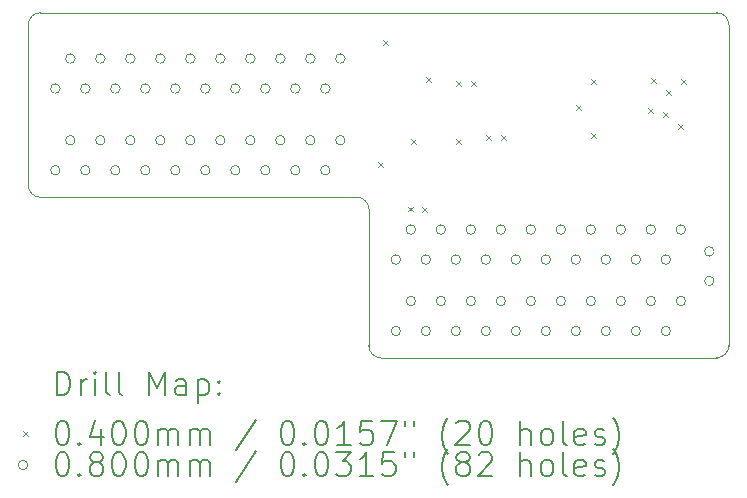
<source format=gbr>
%TF.GenerationSoftware,KiCad,Pcbnew,7.0.2-0*%
%TF.CreationDate,2023-06-03T15:33:15+02:00*%
%TF.ProjectId,MegaCD,4d656761-4344-42e6-9b69-6361645f7063,rev?*%
%TF.SameCoordinates,Original*%
%TF.FileFunction,Drillmap*%
%TF.FilePolarity,Positive*%
%FSLAX45Y45*%
G04 Gerber Fmt 4.5, Leading zero omitted, Abs format (unit mm)*
G04 Created by KiCad (PCBNEW 7.0.2-0) date 2023-06-03 15:33:15*
%MOMM*%
%LPD*%
G01*
G04 APERTURE LIST*
%ADD10C,0.100000*%
%ADD11C,0.200000*%
%ADD12C,0.040000*%
%ADD13C,0.080000*%
G04 APERTURE END LIST*
D10*
X14592300Y-13208000D02*
G75*
G03*
X14693900Y-13309600I101600J0D01*
G01*
X17538700Y-13309600D02*
G75*
G03*
X17640300Y-13208000I0J101600D01*
G01*
X14592300Y-12052300D02*
X14592300Y-13208000D01*
X17640300Y-13208000D02*
X17640300Y-10490200D01*
X11709400Y-11849100D02*
G75*
G03*
X11811000Y-11950700I101600J0D01*
G01*
X11811000Y-10388600D02*
G75*
G03*
X11709400Y-10490200I0J-101600D01*
G01*
X11811000Y-11950700D02*
X14490700Y-11950700D01*
X11709400Y-11849100D02*
X11709400Y-10490200D01*
X11811000Y-10388600D02*
X17538700Y-10388600D01*
X14693900Y-13309600D02*
X17538700Y-13309600D01*
X17640300Y-10490200D02*
G75*
G03*
X17538700Y-10388600I-101600J0D01*
G01*
X14592300Y-12052300D02*
G75*
G03*
X14490700Y-11950700I-101600J0D01*
G01*
D11*
D12*
X14673900Y-11651300D02*
X14713900Y-11691300D01*
X14713900Y-11651300D02*
X14673900Y-11691300D01*
X14712000Y-10622600D02*
X14752000Y-10662600D01*
X14752000Y-10622600D02*
X14712000Y-10662600D01*
X14926830Y-12031230D02*
X14966830Y-12071230D01*
X14966830Y-12031230D02*
X14926830Y-12071230D01*
X14953300Y-11460800D02*
X14993300Y-11500800D01*
X14993300Y-11460800D02*
X14953300Y-11500800D01*
X15042200Y-12032300D02*
X15082200Y-12072300D01*
X15082200Y-12032300D02*
X15042200Y-12072300D01*
X15080300Y-10935600D02*
X15120300Y-10975600D01*
X15120300Y-10935600D02*
X15080300Y-10975600D01*
X15334300Y-10965500D02*
X15374300Y-11005500D01*
X15374300Y-10965500D02*
X15334300Y-11005500D01*
X15334300Y-11460800D02*
X15374300Y-11500800D01*
X15374300Y-11460800D02*
X15334300Y-11500800D01*
X15461300Y-10965500D02*
X15501300Y-11005500D01*
X15501300Y-10965500D02*
X15461300Y-11005500D01*
X15588300Y-11422700D02*
X15628300Y-11462700D01*
X15628300Y-11422700D02*
X15588300Y-11462700D01*
X15715300Y-11422700D02*
X15755300Y-11462700D01*
X15755300Y-11422700D02*
X15715300Y-11462700D01*
X16346681Y-11172319D02*
X16386681Y-11212319D01*
X16386681Y-11172319D02*
X16346681Y-11212319D01*
X16477300Y-10952800D02*
X16517300Y-10992800D01*
X16517300Y-10952800D02*
X16477300Y-10992800D01*
X16477300Y-11410000D02*
X16517300Y-11450000D01*
X16517300Y-11410000D02*
X16477300Y-11450000D01*
X16959900Y-11194100D02*
X16999900Y-11234100D01*
X16999900Y-11194100D02*
X16959900Y-11234100D01*
X16985300Y-10940100D02*
X17025300Y-10980100D01*
X17025300Y-10940100D02*
X16985300Y-10980100D01*
X17086900Y-11232200D02*
X17126900Y-11272200D01*
X17126900Y-11232200D02*
X17086900Y-11272200D01*
X17112300Y-11041700D02*
X17152300Y-11081700D01*
X17152300Y-11041700D02*
X17112300Y-11081700D01*
X17213900Y-11333800D02*
X17253900Y-11373800D01*
X17253900Y-11333800D02*
X17213900Y-11373800D01*
X17239300Y-10952800D02*
X17279300Y-10992800D01*
X17279300Y-10952800D02*
X17239300Y-10992800D01*
D13*
X11978000Y-11031220D02*
G75*
G03*
X11978000Y-11031220I-40000J0D01*
G01*
X11978000Y-11722100D02*
G75*
G03*
X11978000Y-11722100I-40000J0D01*
G01*
X12105000Y-10777220D02*
G75*
G03*
X12105000Y-10777220I-40000J0D01*
G01*
X12105000Y-11468100D02*
G75*
G03*
X12105000Y-11468100I-40000J0D01*
G01*
X12232000Y-11031220D02*
G75*
G03*
X12232000Y-11031220I-40000J0D01*
G01*
X12232000Y-11722100D02*
G75*
G03*
X12232000Y-11722100I-40000J0D01*
G01*
X12359000Y-10777220D02*
G75*
G03*
X12359000Y-10777220I-40000J0D01*
G01*
X12359000Y-11468100D02*
G75*
G03*
X12359000Y-11468100I-40000J0D01*
G01*
X12486000Y-11031220D02*
G75*
G03*
X12486000Y-11031220I-40000J0D01*
G01*
X12486000Y-11722100D02*
G75*
G03*
X12486000Y-11722100I-40000J0D01*
G01*
X12613000Y-10777220D02*
G75*
G03*
X12613000Y-10777220I-40000J0D01*
G01*
X12613000Y-11468100D02*
G75*
G03*
X12613000Y-11468100I-40000J0D01*
G01*
X12740000Y-11031220D02*
G75*
G03*
X12740000Y-11031220I-40000J0D01*
G01*
X12740000Y-11722100D02*
G75*
G03*
X12740000Y-11722100I-40000J0D01*
G01*
X12867000Y-10777220D02*
G75*
G03*
X12867000Y-10777220I-40000J0D01*
G01*
X12867000Y-11468100D02*
G75*
G03*
X12867000Y-11468100I-40000J0D01*
G01*
X12994000Y-11031220D02*
G75*
G03*
X12994000Y-11031220I-40000J0D01*
G01*
X12994000Y-11722100D02*
G75*
G03*
X12994000Y-11722100I-40000J0D01*
G01*
X13121000Y-10777220D02*
G75*
G03*
X13121000Y-10777220I-40000J0D01*
G01*
X13121000Y-11468100D02*
G75*
G03*
X13121000Y-11468100I-40000J0D01*
G01*
X13248000Y-11031220D02*
G75*
G03*
X13248000Y-11031220I-40000J0D01*
G01*
X13248000Y-11722100D02*
G75*
G03*
X13248000Y-11722100I-40000J0D01*
G01*
X13375000Y-10777220D02*
G75*
G03*
X13375000Y-10777220I-40000J0D01*
G01*
X13375000Y-11468100D02*
G75*
G03*
X13375000Y-11468100I-40000J0D01*
G01*
X13502000Y-11031220D02*
G75*
G03*
X13502000Y-11031220I-40000J0D01*
G01*
X13502000Y-11722100D02*
G75*
G03*
X13502000Y-11722100I-40000J0D01*
G01*
X13629000Y-10777220D02*
G75*
G03*
X13629000Y-10777220I-40000J0D01*
G01*
X13629000Y-11468100D02*
G75*
G03*
X13629000Y-11468100I-40000J0D01*
G01*
X13756000Y-11031220D02*
G75*
G03*
X13756000Y-11031220I-40000J0D01*
G01*
X13756000Y-11722100D02*
G75*
G03*
X13756000Y-11722100I-40000J0D01*
G01*
X13883000Y-10777220D02*
G75*
G03*
X13883000Y-10777220I-40000J0D01*
G01*
X13883000Y-11468100D02*
G75*
G03*
X13883000Y-11468100I-40000J0D01*
G01*
X14010000Y-11031220D02*
G75*
G03*
X14010000Y-11031220I-40000J0D01*
G01*
X14010000Y-11722100D02*
G75*
G03*
X14010000Y-11722100I-40000J0D01*
G01*
X14137000Y-10777220D02*
G75*
G03*
X14137000Y-10777220I-40000J0D01*
G01*
X14137000Y-11468100D02*
G75*
G03*
X14137000Y-11468100I-40000J0D01*
G01*
X14264000Y-11031220D02*
G75*
G03*
X14264000Y-11031220I-40000J0D01*
G01*
X14264000Y-11722100D02*
G75*
G03*
X14264000Y-11722100I-40000J0D01*
G01*
X14391000Y-10777220D02*
G75*
G03*
X14391000Y-10777220I-40000J0D01*
G01*
X14391000Y-11468100D02*
G75*
G03*
X14391000Y-11468100I-40000J0D01*
G01*
X14860900Y-12479020D02*
G75*
G03*
X14860900Y-12479020I-40000J0D01*
G01*
X14860900Y-13083540D02*
G75*
G03*
X14860900Y-13083540I-40000J0D01*
G01*
X14987900Y-12225020D02*
G75*
G03*
X14987900Y-12225020I-40000J0D01*
G01*
X14987900Y-12829540D02*
G75*
G03*
X14987900Y-12829540I-40000J0D01*
G01*
X15114900Y-12479020D02*
G75*
G03*
X15114900Y-12479020I-40000J0D01*
G01*
X15114900Y-13083540D02*
G75*
G03*
X15114900Y-13083540I-40000J0D01*
G01*
X15241900Y-12225020D02*
G75*
G03*
X15241900Y-12225020I-40000J0D01*
G01*
X15241900Y-12829540D02*
G75*
G03*
X15241900Y-12829540I-40000J0D01*
G01*
X15368900Y-12479020D02*
G75*
G03*
X15368900Y-12479020I-40000J0D01*
G01*
X15368900Y-13083540D02*
G75*
G03*
X15368900Y-13083540I-40000J0D01*
G01*
X15495900Y-12225020D02*
G75*
G03*
X15495900Y-12225020I-40000J0D01*
G01*
X15495900Y-12829540D02*
G75*
G03*
X15495900Y-12829540I-40000J0D01*
G01*
X15622900Y-12479020D02*
G75*
G03*
X15622900Y-12479020I-40000J0D01*
G01*
X15622900Y-13083540D02*
G75*
G03*
X15622900Y-13083540I-40000J0D01*
G01*
X15749900Y-12225020D02*
G75*
G03*
X15749900Y-12225020I-40000J0D01*
G01*
X15749900Y-12829540D02*
G75*
G03*
X15749900Y-12829540I-40000J0D01*
G01*
X15876900Y-12479020D02*
G75*
G03*
X15876900Y-12479020I-40000J0D01*
G01*
X15876900Y-13083540D02*
G75*
G03*
X15876900Y-13083540I-40000J0D01*
G01*
X16003900Y-12225020D02*
G75*
G03*
X16003900Y-12225020I-40000J0D01*
G01*
X16003900Y-12829540D02*
G75*
G03*
X16003900Y-12829540I-40000J0D01*
G01*
X16130900Y-12479020D02*
G75*
G03*
X16130900Y-12479020I-40000J0D01*
G01*
X16130900Y-13083540D02*
G75*
G03*
X16130900Y-13083540I-40000J0D01*
G01*
X16257900Y-12225020D02*
G75*
G03*
X16257900Y-12225020I-40000J0D01*
G01*
X16257900Y-12829540D02*
G75*
G03*
X16257900Y-12829540I-40000J0D01*
G01*
X16384900Y-12479020D02*
G75*
G03*
X16384900Y-12479020I-40000J0D01*
G01*
X16384900Y-13083540D02*
G75*
G03*
X16384900Y-13083540I-40000J0D01*
G01*
X16511900Y-12225020D02*
G75*
G03*
X16511900Y-12225020I-40000J0D01*
G01*
X16511900Y-12829540D02*
G75*
G03*
X16511900Y-12829540I-40000J0D01*
G01*
X16638900Y-12479020D02*
G75*
G03*
X16638900Y-12479020I-40000J0D01*
G01*
X16638900Y-13083540D02*
G75*
G03*
X16638900Y-13083540I-40000J0D01*
G01*
X16765900Y-12225020D02*
G75*
G03*
X16765900Y-12225020I-40000J0D01*
G01*
X16765900Y-12829540D02*
G75*
G03*
X16765900Y-12829540I-40000J0D01*
G01*
X16892900Y-12479020D02*
G75*
G03*
X16892900Y-12479020I-40000J0D01*
G01*
X16892900Y-13083540D02*
G75*
G03*
X16892900Y-13083540I-40000J0D01*
G01*
X17019900Y-12225020D02*
G75*
G03*
X17019900Y-12225020I-40000J0D01*
G01*
X17019900Y-12829540D02*
G75*
G03*
X17019900Y-12829540I-40000J0D01*
G01*
X17146900Y-12479020D02*
G75*
G03*
X17146900Y-12479020I-40000J0D01*
G01*
X17146900Y-13083540D02*
G75*
G03*
X17146900Y-13083540I-40000J0D01*
G01*
X17273900Y-12225020D02*
G75*
G03*
X17273900Y-12225020I-40000J0D01*
G01*
X17273900Y-12829540D02*
G75*
G03*
X17273900Y-12829540I-40000J0D01*
G01*
X17515200Y-12409900D02*
G75*
G03*
X17515200Y-12409900I-40000J0D01*
G01*
X17515200Y-12659900D02*
G75*
G03*
X17515200Y-12659900I-40000J0D01*
G01*
D11*
X11952019Y-13627124D02*
X11952019Y-13427124D01*
X11952019Y-13427124D02*
X11999638Y-13427124D01*
X11999638Y-13427124D02*
X12028209Y-13436648D01*
X12028209Y-13436648D02*
X12047257Y-13455695D01*
X12047257Y-13455695D02*
X12056781Y-13474743D01*
X12056781Y-13474743D02*
X12066305Y-13512838D01*
X12066305Y-13512838D02*
X12066305Y-13541409D01*
X12066305Y-13541409D02*
X12056781Y-13579505D01*
X12056781Y-13579505D02*
X12047257Y-13598552D01*
X12047257Y-13598552D02*
X12028209Y-13617600D01*
X12028209Y-13617600D02*
X11999638Y-13627124D01*
X11999638Y-13627124D02*
X11952019Y-13627124D01*
X12152019Y-13627124D02*
X12152019Y-13493790D01*
X12152019Y-13531886D02*
X12161543Y-13512838D01*
X12161543Y-13512838D02*
X12171067Y-13503314D01*
X12171067Y-13503314D02*
X12190114Y-13493790D01*
X12190114Y-13493790D02*
X12209162Y-13493790D01*
X12275828Y-13627124D02*
X12275828Y-13493790D01*
X12275828Y-13427124D02*
X12266305Y-13436648D01*
X12266305Y-13436648D02*
X12275828Y-13446171D01*
X12275828Y-13446171D02*
X12285352Y-13436648D01*
X12285352Y-13436648D02*
X12275828Y-13427124D01*
X12275828Y-13427124D02*
X12275828Y-13446171D01*
X12399638Y-13627124D02*
X12380590Y-13617600D01*
X12380590Y-13617600D02*
X12371067Y-13598552D01*
X12371067Y-13598552D02*
X12371067Y-13427124D01*
X12504400Y-13627124D02*
X12485352Y-13617600D01*
X12485352Y-13617600D02*
X12475828Y-13598552D01*
X12475828Y-13598552D02*
X12475828Y-13427124D01*
X12732971Y-13627124D02*
X12732971Y-13427124D01*
X12732971Y-13427124D02*
X12799638Y-13569981D01*
X12799638Y-13569981D02*
X12866305Y-13427124D01*
X12866305Y-13427124D02*
X12866305Y-13627124D01*
X13047257Y-13627124D02*
X13047257Y-13522362D01*
X13047257Y-13522362D02*
X13037733Y-13503314D01*
X13037733Y-13503314D02*
X13018686Y-13493790D01*
X13018686Y-13493790D02*
X12980590Y-13493790D01*
X12980590Y-13493790D02*
X12961543Y-13503314D01*
X13047257Y-13617600D02*
X13028209Y-13627124D01*
X13028209Y-13627124D02*
X12980590Y-13627124D01*
X12980590Y-13627124D02*
X12961543Y-13617600D01*
X12961543Y-13617600D02*
X12952019Y-13598552D01*
X12952019Y-13598552D02*
X12952019Y-13579505D01*
X12952019Y-13579505D02*
X12961543Y-13560457D01*
X12961543Y-13560457D02*
X12980590Y-13550933D01*
X12980590Y-13550933D02*
X13028209Y-13550933D01*
X13028209Y-13550933D02*
X13047257Y-13541409D01*
X13142495Y-13493790D02*
X13142495Y-13693790D01*
X13142495Y-13503314D02*
X13161543Y-13493790D01*
X13161543Y-13493790D02*
X13199638Y-13493790D01*
X13199638Y-13493790D02*
X13218686Y-13503314D01*
X13218686Y-13503314D02*
X13228209Y-13512838D01*
X13228209Y-13512838D02*
X13237733Y-13531886D01*
X13237733Y-13531886D02*
X13237733Y-13589028D01*
X13237733Y-13589028D02*
X13228209Y-13608076D01*
X13228209Y-13608076D02*
X13218686Y-13617600D01*
X13218686Y-13617600D02*
X13199638Y-13627124D01*
X13199638Y-13627124D02*
X13161543Y-13627124D01*
X13161543Y-13627124D02*
X13142495Y-13617600D01*
X13323448Y-13608076D02*
X13332971Y-13617600D01*
X13332971Y-13617600D02*
X13323448Y-13627124D01*
X13323448Y-13627124D02*
X13313924Y-13617600D01*
X13313924Y-13617600D02*
X13323448Y-13608076D01*
X13323448Y-13608076D02*
X13323448Y-13627124D01*
X13323448Y-13503314D02*
X13332971Y-13512838D01*
X13332971Y-13512838D02*
X13323448Y-13522362D01*
X13323448Y-13522362D02*
X13313924Y-13512838D01*
X13313924Y-13512838D02*
X13323448Y-13503314D01*
X13323448Y-13503314D02*
X13323448Y-13522362D01*
D12*
X11664400Y-13934600D02*
X11704400Y-13974600D01*
X11704400Y-13934600D02*
X11664400Y-13974600D01*
D11*
X11990114Y-13847124D02*
X12009162Y-13847124D01*
X12009162Y-13847124D02*
X12028209Y-13856648D01*
X12028209Y-13856648D02*
X12037733Y-13866171D01*
X12037733Y-13866171D02*
X12047257Y-13885219D01*
X12047257Y-13885219D02*
X12056781Y-13923314D01*
X12056781Y-13923314D02*
X12056781Y-13970933D01*
X12056781Y-13970933D02*
X12047257Y-14009028D01*
X12047257Y-14009028D02*
X12037733Y-14028076D01*
X12037733Y-14028076D02*
X12028209Y-14037600D01*
X12028209Y-14037600D02*
X12009162Y-14047124D01*
X12009162Y-14047124D02*
X11990114Y-14047124D01*
X11990114Y-14047124D02*
X11971067Y-14037600D01*
X11971067Y-14037600D02*
X11961543Y-14028076D01*
X11961543Y-14028076D02*
X11952019Y-14009028D01*
X11952019Y-14009028D02*
X11942495Y-13970933D01*
X11942495Y-13970933D02*
X11942495Y-13923314D01*
X11942495Y-13923314D02*
X11952019Y-13885219D01*
X11952019Y-13885219D02*
X11961543Y-13866171D01*
X11961543Y-13866171D02*
X11971067Y-13856648D01*
X11971067Y-13856648D02*
X11990114Y-13847124D01*
X12142495Y-14028076D02*
X12152019Y-14037600D01*
X12152019Y-14037600D02*
X12142495Y-14047124D01*
X12142495Y-14047124D02*
X12132971Y-14037600D01*
X12132971Y-14037600D02*
X12142495Y-14028076D01*
X12142495Y-14028076D02*
X12142495Y-14047124D01*
X12323448Y-13913790D02*
X12323448Y-14047124D01*
X12275828Y-13837600D02*
X12228209Y-13980457D01*
X12228209Y-13980457D02*
X12352019Y-13980457D01*
X12466305Y-13847124D02*
X12485352Y-13847124D01*
X12485352Y-13847124D02*
X12504400Y-13856648D01*
X12504400Y-13856648D02*
X12513924Y-13866171D01*
X12513924Y-13866171D02*
X12523448Y-13885219D01*
X12523448Y-13885219D02*
X12532971Y-13923314D01*
X12532971Y-13923314D02*
X12532971Y-13970933D01*
X12532971Y-13970933D02*
X12523448Y-14009028D01*
X12523448Y-14009028D02*
X12513924Y-14028076D01*
X12513924Y-14028076D02*
X12504400Y-14037600D01*
X12504400Y-14037600D02*
X12485352Y-14047124D01*
X12485352Y-14047124D02*
X12466305Y-14047124D01*
X12466305Y-14047124D02*
X12447257Y-14037600D01*
X12447257Y-14037600D02*
X12437733Y-14028076D01*
X12437733Y-14028076D02*
X12428209Y-14009028D01*
X12428209Y-14009028D02*
X12418686Y-13970933D01*
X12418686Y-13970933D02*
X12418686Y-13923314D01*
X12418686Y-13923314D02*
X12428209Y-13885219D01*
X12428209Y-13885219D02*
X12437733Y-13866171D01*
X12437733Y-13866171D02*
X12447257Y-13856648D01*
X12447257Y-13856648D02*
X12466305Y-13847124D01*
X12656781Y-13847124D02*
X12675829Y-13847124D01*
X12675829Y-13847124D02*
X12694876Y-13856648D01*
X12694876Y-13856648D02*
X12704400Y-13866171D01*
X12704400Y-13866171D02*
X12713924Y-13885219D01*
X12713924Y-13885219D02*
X12723448Y-13923314D01*
X12723448Y-13923314D02*
X12723448Y-13970933D01*
X12723448Y-13970933D02*
X12713924Y-14009028D01*
X12713924Y-14009028D02*
X12704400Y-14028076D01*
X12704400Y-14028076D02*
X12694876Y-14037600D01*
X12694876Y-14037600D02*
X12675829Y-14047124D01*
X12675829Y-14047124D02*
X12656781Y-14047124D01*
X12656781Y-14047124D02*
X12637733Y-14037600D01*
X12637733Y-14037600D02*
X12628209Y-14028076D01*
X12628209Y-14028076D02*
X12618686Y-14009028D01*
X12618686Y-14009028D02*
X12609162Y-13970933D01*
X12609162Y-13970933D02*
X12609162Y-13923314D01*
X12609162Y-13923314D02*
X12618686Y-13885219D01*
X12618686Y-13885219D02*
X12628209Y-13866171D01*
X12628209Y-13866171D02*
X12637733Y-13856648D01*
X12637733Y-13856648D02*
X12656781Y-13847124D01*
X12809162Y-14047124D02*
X12809162Y-13913790D01*
X12809162Y-13932838D02*
X12818686Y-13923314D01*
X12818686Y-13923314D02*
X12837733Y-13913790D01*
X12837733Y-13913790D02*
X12866305Y-13913790D01*
X12866305Y-13913790D02*
X12885352Y-13923314D01*
X12885352Y-13923314D02*
X12894876Y-13942362D01*
X12894876Y-13942362D02*
X12894876Y-14047124D01*
X12894876Y-13942362D02*
X12904400Y-13923314D01*
X12904400Y-13923314D02*
X12923448Y-13913790D01*
X12923448Y-13913790D02*
X12952019Y-13913790D01*
X12952019Y-13913790D02*
X12971067Y-13923314D01*
X12971067Y-13923314D02*
X12980590Y-13942362D01*
X12980590Y-13942362D02*
X12980590Y-14047124D01*
X13075829Y-14047124D02*
X13075829Y-13913790D01*
X13075829Y-13932838D02*
X13085352Y-13923314D01*
X13085352Y-13923314D02*
X13104400Y-13913790D01*
X13104400Y-13913790D02*
X13132971Y-13913790D01*
X13132971Y-13913790D02*
X13152019Y-13923314D01*
X13152019Y-13923314D02*
X13161543Y-13942362D01*
X13161543Y-13942362D02*
X13161543Y-14047124D01*
X13161543Y-13942362D02*
X13171067Y-13923314D01*
X13171067Y-13923314D02*
X13190114Y-13913790D01*
X13190114Y-13913790D02*
X13218686Y-13913790D01*
X13218686Y-13913790D02*
X13237733Y-13923314D01*
X13237733Y-13923314D02*
X13247257Y-13942362D01*
X13247257Y-13942362D02*
X13247257Y-14047124D01*
X13637733Y-13837600D02*
X13466305Y-14094743D01*
X13894876Y-13847124D02*
X13913924Y-13847124D01*
X13913924Y-13847124D02*
X13932972Y-13856648D01*
X13932972Y-13856648D02*
X13942495Y-13866171D01*
X13942495Y-13866171D02*
X13952019Y-13885219D01*
X13952019Y-13885219D02*
X13961543Y-13923314D01*
X13961543Y-13923314D02*
X13961543Y-13970933D01*
X13961543Y-13970933D02*
X13952019Y-14009028D01*
X13952019Y-14009028D02*
X13942495Y-14028076D01*
X13942495Y-14028076D02*
X13932972Y-14037600D01*
X13932972Y-14037600D02*
X13913924Y-14047124D01*
X13913924Y-14047124D02*
X13894876Y-14047124D01*
X13894876Y-14047124D02*
X13875829Y-14037600D01*
X13875829Y-14037600D02*
X13866305Y-14028076D01*
X13866305Y-14028076D02*
X13856781Y-14009028D01*
X13856781Y-14009028D02*
X13847257Y-13970933D01*
X13847257Y-13970933D02*
X13847257Y-13923314D01*
X13847257Y-13923314D02*
X13856781Y-13885219D01*
X13856781Y-13885219D02*
X13866305Y-13866171D01*
X13866305Y-13866171D02*
X13875829Y-13856648D01*
X13875829Y-13856648D02*
X13894876Y-13847124D01*
X14047257Y-14028076D02*
X14056781Y-14037600D01*
X14056781Y-14037600D02*
X14047257Y-14047124D01*
X14047257Y-14047124D02*
X14037733Y-14037600D01*
X14037733Y-14037600D02*
X14047257Y-14028076D01*
X14047257Y-14028076D02*
X14047257Y-14047124D01*
X14180591Y-13847124D02*
X14199638Y-13847124D01*
X14199638Y-13847124D02*
X14218686Y-13856648D01*
X14218686Y-13856648D02*
X14228210Y-13866171D01*
X14228210Y-13866171D02*
X14237733Y-13885219D01*
X14237733Y-13885219D02*
X14247257Y-13923314D01*
X14247257Y-13923314D02*
X14247257Y-13970933D01*
X14247257Y-13970933D02*
X14237733Y-14009028D01*
X14237733Y-14009028D02*
X14228210Y-14028076D01*
X14228210Y-14028076D02*
X14218686Y-14037600D01*
X14218686Y-14037600D02*
X14199638Y-14047124D01*
X14199638Y-14047124D02*
X14180591Y-14047124D01*
X14180591Y-14047124D02*
X14161543Y-14037600D01*
X14161543Y-14037600D02*
X14152019Y-14028076D01*
X14152019Y-14028076D02*
X14142495Y-14009028D01*
X14142495Y-14009028D02*
X14132972Y-13970933D01*
X14132972Y-13970933D02*
X14132972Y-13923314D01*
X14132972Y-13923314D02*
X14142495Y-13885219D01*
X14142495Y-13885219D02*
X14152019Y-13866171D01*
X14152019Y-13866171D02*
X14161543Y-13856648D01*
X14161543Y-13856648D02*
X14180591Y-13847124D01*
X14437733Y-14047124D02*
X14323448Y-14047124D01*
X14380591Y-14047124D02*
X14380591Y-13847124D01*
X14380591Y-13847124D02*
X14361543Y-13875695D01*
X14361543Y-13875695D02*
X14342495Y-13894743D01*
X14342495Y-13894743D02*
X14323448Y-13904267D01*
X14618686Y-13847124D02*
X14523448Y-13847124D01*
X14523448Y-13847124D02*
X14513924Y-13942362D01*
X14513924Y-13942362D02*
X14523448Y-13932838D01*
X14523448Y-13932838D02*
X14542495Y-13923314D01*
X14542495Y-13923314D02*
X14590114Y-13923314D01*
X14590114Y-13923314D02*
X14609162Y-13932838D01*
X14609162Y-13932838D02*
X14618686Y-13942362D01*
X14618686Y-13942362D02*
X14628210Y-13961409D01*
X14628210Y-13961409D02*
X14628210Y-14009028D01*
X14628210Y-14009028D02*
X14618686Y-14028076D01*
X14618686Y-14028076D02*
X14609162Y-14037600D01*
X14609162Y-14037600D02*
X14590114Y-14047124D01*
X14590114Y-14047124D02*
X14542495Y-14047124D01*
X14542495Y-14047124D02*
X14523448Y-14037600D01*
X14523448Y-14037600D02*
X14513924Y-14028076D01*
X14694876Y-13847124D02*
X14828210Y-13847124D01*
X14828210Y-13847124D02*
X14742495Y-14047124D01*
X14894876Y-13847124D02*
X14894876Y-13885219D01*
X14971067Y-13847124D02*
X14971067Y-13885219D01*
X15266305Y-14123314D02*
X15256781Y-14113790D01*
X15256781Y-14113790D02*
X15237734Y-14085219D01*
X15237734Y-14085219D02*
X15228210Y-14066171D01*
X15228210Y-14066171D02*
X15218686Y-14037600D01*
X15218686Y-14037600D02*
X15209162Y-13989981D01*
X15209162Y-13989981D02*
X15209162Y-13951886D01*
X15209162Y-13951886D02*
X15218686Y-13904267D01*
X15218686Y-13904267D02*
X15228210Y-13875695D01*
X15228210Y-13875695D02*
X15237734Y-13856648D01*
X15237734Y-13856648D02*
X15256781Y-13828076D01*
X15256781Y-13828076D02*
X15266305Y-13818552D01*
X15332972Y-13866171D02*
X15342495Y-13856648D01*
X15342495Y-13856648D02*
X15361543Y-13847124D01*
X15361543Y-13847124D02*
X15409162Y-13847124D01*
X15409162Y-13847124D02*
X15428210Y-13856648D01*
X15428210Y-13856648D02*
X15437734Y-13866171D01*
X15437734Y-13866171D02*
X15447257Y-13885219D01*
X15447257Y-13885219D02*
X15447257Y-13904267D01*
X15447257Y-13904267D02*
X15437734Y-13932838D01*
X15437734Y-13932838D02*
X15323448Y-14047124D01*
X15323448Y-14047124D02*
X15447257Y-14047124D01*
X15571067Y-13847124D02*
X15590115Y-13847124D01*
X15590115Y-13847124D02*
X15609162Y-13856648D01*
X15609162Y-13856648D02*
X15618686Y-13866171D01*
X15618686Y-13866171D02*
X15628210Y-13885219D01*
X15628210Y-13885219D02*
X15637734Y-13923314D01*
X15637734Y-13923314D02*
X15637734Y-13970933D01*
X15637734Y-13970933D02*
X15628210Y-14009028D01*
X15628210Y-14009028D02*
X15618686Y-14028076D01*
X15618686Y-14028076D02*
X15609162Y-14037600D01*
X15609162Y-14037600D02*
X15590115Y-14047124D01*
X15590115Y-14047124D02*
X15571067Y-14047124D01*
X15571067Y-14047124D02*
X15552019Y-14037600D01*
X15552019Y-14037600D02*
X15542495Y-14028076D01*
X15542495Y-14028076D02*
X15532972Y-14009028D01*
X15532972Y-14009028D02*
X15523448Y-13970933D01*
X15523448Y-13970933D02*
X15523448Y-13923314D01*
X15523448Y-13923314D02*
X15532972Y-13885219D01*
X15532972Y-13885219D02*
X15542495Y-13866171D01*
X15542495Y-13866171D02*
X15552019Y-13856648D01*
X15552019Y-13856648D02*
X15571067Y-13847124D01*
X15875829Y-14047124D02*
X15875829Y-13847124D01*
X15961543Y-14047124D02*
X15961543Y-13942362D01*
X15961543Y-13942362D02*
X15952019Y-13923314D01*
X15952019Y-13923314D02*
X15932972Y-13913790D01*
X15932972Y-13913790D02*
X15904400Y-13913790D01*
X15904400Y-13913790D02*
X15885353Y-13923314D01*
X15885353Y-13923314D02*
X15875829Y-13932838D01*
X16085353Y-14047124D02*
X16066305Y-14037600D01*
X16066305Y-14037600D02*
X16056781Y-14028076D01*
X16056781Y-14028076D02*
X16047257Y-14009028D01*
X16047257Y-14009028D02*
X16047257Y-13951886D01*
X16047257Y-13951886D02*
X16056781Y-13932838D01*
X16056781Y-13932838D02*
X16066305Y-13923314D01*
X16066305Y-13923314D02*
X16085353Y-13913790D01*
X16085353Y-13913790D02*
X16113924Y-13913790D01*
X16113924Y-13913790D02*
X16132972Y-13923314D01*
X16132972Y-13923314D02*
X16142496Y-13932838D01*
X16142496Y-13932838D02*
X16152019Y-13951886D01*
X16152019Y-13951886D02*
X16152019Y-14009028D01*
X16152019Y-14009028D02*
X16142496Y-14028076D01*
X16142496Y-14028076D02*
X16132972Y-14037600D01*
X16132972Y-14037600D02*
X16113924Y-14047124D01*
X16113924Y-14047124D02*
X16085353Y-14047124D01*
X16266305Y-14047124D02*
X16247257Y-14037600D01*
X16247257Y-14037600D02*
X16237734Y-14018552D01*
X16237734Y-14018552D02*
X16237734Y-13847124D01*
X16418686Y-14037600D02*
X16399638Y-14047124D01*
X16399638Y-14047124D02*
X16361543Y-14047124D01*
X16361543Y-14047124D02*
X16342496Y-14037600D01*
X16342496Y-14037600D02*
X16332972Y-14018552D01*
X16332972Y-14018552D02*
X16332972Y-13942362D01*
X16332972Y-13942362D02*
X16342496Y-13923314D01*
X16342496Y-13923314D02*
X16361543Y-13913790D01*
X16361543Y-13913790D02*
X16399638Y-13913790D01*
X16399638Y-13913790D02*
X16418686Y-13923314D01*
X16418686Y-13923314D02*
X16428210Y-13942362D01*
X16428210Y-13942362D02*
X16428210Y-13961409D01*
X16428210Y-13961409D02*
X16332972Y-13980457D01*
X16504400Y-14037600D02*
X16523448Y-14047124D01*
X16523448Y-14047124D02*
X16561543Y-14047124D01*
X16561543Y-14047124D02*
X16580591Y-14037600D01*
X16580591Y-14037600D02*
X16590115Y-14018552D01*
X16590115Y-14018552D02*
X16590115Y-14009028D01*
X16590115Y-14009028D02*
X16580591Y-13989981D01*
X16580591Y-13989981D02*
X16561543Y-13980457D01*
X16561543Y-13980457D02*
X16532972Y-13980457D01*
X16532972Y-13980457D02*
X16513924Y-13970933D01*
X16513924Y-13970933D02*
X16504400Y-13951886D01*
X16504400Y-13951886D02*
X16504400Y-13942362D01*
X16504400Y-13942362D02*
X16513924Y-13923314D01*
X16513924Y-13923314D02*
X16532972Y-13913790D01*
X16532972Y-13913790D02*
X16561543Y-13913790D01*
X16561543Y-13913790D02*
X16580591Y-13923314D01*
X16656781Y-14123314D02*
X16666305Y-14113790D01*
X16666305Y-14113790D02*
X16685353Y-14085219D01*
X16685353Y-14085219D02*
X16694877Y-14066171D01*
X16694877Y-14066171D02*
X16704400Y-14037600D01*
X16704400Y-14037600D02*
X16713924Y-13989981D01*
X16713924Y-13989981D02*
X16713924Y-13951886D01*
X16713924Y-13951886D02*
X16704400Y-13904267D01*
X16704400Y-13904267D02*
X16694877Y-13875695D01*
X16694877Y-13875695D02*
X16685353Y-13856648D01*
X16685353Y-13856648D02*
X16666305Y-13828076D01*
X16666305Y-13828076D02*
X16656781Y-13818552D01*
D13*
X11704400Y-14218600D02*
G75*
G03*
X11704400Y-14218600I-40000J0D01*
G01*
D11*
X11990114Y-14111124D02*
X12009162Y-14111124D01*
X12009162Y-14111124D02*
X12028209Y-14120648D01*
X12028209Y-14120648D02*
X12037733Y-14130171D01*
X12037733Y-14130171D02*
X12047257Y-14149219D01*
X12047257Y-14149219D02*
X12056781Y-14187314D01*
X12056781Y-14187314D02*
X12056781Y-14234933D01*
X12056781Y-14234933D02*
X12047257Y-14273028D01*
X12047257Y-14273028D02*
X12037733Y-14292076D01*
X12037733Y-14292076D02*
X12028209Y-14301600D01*
X12028209Y-14301600D02*
X12009162Y-14311124D01*
X12009162Y-14311124D02*
X11990114Y-14311124D01*
X11990114Y-14311124D02*
X11971067Y-14301600D01*
X11971067Y-14301600D02*
X11961543Y-14292076D01*
X11961543Y-14292076D02*
X11952019Y-14273028D01*
X11952019Y-14273028D02*
X11942495Y-14234933D01*
X11942495Y-14234933D02*
X11942495Y-14187314D01*
X11942495Y-14187314D02*
X11952019Y-14149219D01*
X11952019Y-14149219D02*
X11961543Y-14130171D01*
X11961543Y-14130171D02*
X11971067Y-14120648D01*
X11971067Y-14120648D02*
X11990114Y-14111124D01*
X12142495Y-14292076D02*
X12152019Y-14301600D01*
X12152019Y-14301600D02*
X12142495Y-14311124D01*
X12142495Y-14311124D02*
X12132971Y-14301600D01*
X12132971Y-14301600D02*
X12142495Y-14292076D01*
X12142495Y-14292076D02*
X12142495Y-14311124D01*
X12266305Y-14196838D02*
X12247257Y-14187314D01*
X12247257Y-14187314D02*
X12237733Y-14177790D01*
X12237733Y-14177790D02*
X12228209Y-14158743D01*
X12228209Y-14158743D02*
X12228209Y-14149219D01*
X12228209Y-14149219D02*
X12237733Y-14130171D01*
X12237733Y-14130171D02*
X12247257Y-14120648D01*
X12247257Y-14120648D02*
X12266305Y-14111124D01*
X12266305Y-14111124D02*
X12304400Y-14111124D01*
X12304400Y-14111124D02*
X12323448Y-14120648D01*
X12323448Y-14120648D02*
X12332971Y-14130171D01*
X12332971Y-14130171D02*
X12342495Y-14149219D01*
X12342495Y-14149219D02*
X12342495Y-14158743D01*
X12342495Y-14158743D02*
X12332971Y-14177790D01*
X12332971Y-14177790D02*
X12323448Y-14187314D01*
X12323448Y-14187314D02*
X12304400Y-14196838D01*
X12304400Y-14196838D02*
X12266305Y-14196838D01*
X12266305Y-14196838D02*
X12247257Y-14206362D01*
X12247257Y-14206362D02*
X12237733Y-14215886D01*
X12237733Y-14215886D02*
X12228209Y-14234933D01*
X12228209Y-14234933D02*
X12228209Y-14273028D01*
X12228209Y-14273028D02*
X12237733Y-14292076D01*
X12237733Y-14292076D02*
X12247257Y-14301600D01*
X12247257Y-14301600D02*
X12266305Y-14311124D01*
X12266305Y-14311124D02*
X12304400Y-14311124D01*
X12304400Y-14311124D02*
X12323448Y-14301600D01*
X12323448Y-14301600D02*
X12332971Y-14292076D01*
X12332971Y-14292076D02*
X12342495Y-14273028D01*
X12342495Y-14273028D02*
X12342495Y-14234933D01*
X12342495Y-14234933D02*
X12332971Y-14215886D01*
X12332971Y-14215886D02*
X12323448Y-14206362D01*
X12323448Y-14206362D02*
X12304400Y-14196838D01*
X12466305Y-14111124D02*
X12485352Y-14111124D01*
X12485352Y-14111124D02*
X12504400Y-14120648D01*
X12504400Y-14120648D02*
X12513924Y-14130171D01*
X12513924Y-14130171D02*
X12523448Y-14149219D01*
X12523448Y-14149219D02*
X12532971Y-14187314D01*
X12532971Y-14187314D02*
X12532971Y-14234933D01*
X12532971Y-14234933D02*
X12523448Y-14273028D01*
X12523448Y-14273028D02*
X12513924Y-14292076D01*
X12513924Y-14292076D02*
X12504400Y-14301600D01*
X12504400Y-14301600D02*
X12485352Y-14311124D01*
X12485352Y-14311124D02*
X12466305Y-14311124D01*
X12466305Y-14311124D02*
X12447257Y-14301600D01*
X12447257Y-14301600D02*
X12437733Y-14292076D01*
X12437733Y-14292076D02*
X12428209Y-14273028D01*
X12428209Y-14273028D02*
X12418686Y-14234933D01*
X12418686Y-14234933D02*
X12418686Y-14187314D01*
X12418686Y-14187314D02*
X12428209Y-14149219D01*
X12428209Y-14149219D02*
X12437733Y-14130171D01*
X12437733Y-14130171D02*
X12447257Y-14120648D01*
X12447257Y-14120648D02*
X12466305Y-14111124D01*
X12656781Y-14111124D02*
X12675829Y-14111124D01*
X12675829Y-14111124D02*
X12694876Y-14120648D01*
X12694876Y-14120648D02*
X12704400Y-14130171D01*
X12704400Y-14130171D02*
X12713924Y-14149219D01*
X12713924Y-14149219D02*
X12723448Y-14187314D01*
X12723448Y-14187314D02*
X12723448Y-14234933D01*
X12723448Y-14234933D02*
X12713924Y-14273028D01*
X12713924Y-14273028D02*
X12704400Y-14292076D01*
X12704400Y-14292076D02*
X12694876Y-14301600D01*
X12694876Y-14301600D02*
X12675829Y-14311124D01*
X12675829Y-14311124D02*
X12656781Y-14311124D01*
X12656781Y-14311124D02*
X12637733Y-14301600D01*
X12637733Y-14301600D02*
X12628209Y-14292076D01*
X12628209Y-14292076D02*
X12618686Y-14273028D01*
X12618686Y-14273028D02*
X12609162Y-14234933D01*
X12609162Y-14234933D02*
X12609162Y-14187314D01*
X12609162Y-14187314D02*
X12618686Y-14149219D01*
X12618686Y-14149219D02*
X12628209Y-14130171D01*
X12628209Y-14130171D02*
X12637733Y-14120648D01*
X12637733Y-14120648D02*
X12656781Y-14111124D01*
X12809162Y-14311124D02*
X12809162Y-14177790D01*
X12809162Y-14196838D02*
X12818686Y-14187314D01*
X12818686Y-14187314D02*
X12837733Y-14177790D01*
X12837733Y-14177790D02*
X12866305Y-14177790D01*
X12866305Y-14177790D02*
X12885352Y-14187314D01*
X12885352Y-14187314D02*
X12894876Y-14206362D01*
X12894876Y-14206362D02*
X12894876Y-14311124D01*
X12894876Y-14206362D02*
X12904400Y-14187314D01*
X12904400Y-14187314D02*
X12923448Y-14177790D01*
X12923448Y-14177790D02*
X12952019Y-14177790D01*
X12952019Y-14177790D02*
X12971067Y-14187314D01*
X12971067Y-14187314D02*
X12980590Y-14206362D01*
X12980590Y-14206362D02*
X12980590Y-14311124D01*
X13075829Y-14311124D02*
X13075829Y-14177790D01*
X13075829Y-14196838D02*
X13085352Y-14187314D01*
X13085352Y-14187314D02*
X13104400Y-14177790D01*
X13104400Y-14177790D02*
X13132971Y-14177790D01*
X13132971Y-14177790D02*
X13152019Y-14187314D01*
X13152019Y-14187314D02*
X13161543Y-14206362D01*
X13161543Y-14206362D02*
X13161543Y-14311124D01*
X13161543Y-14206362D02*
X13171067Y-14187314D01*
X13171067Y-14187314D02*
X13190114Y-14177790D01*
X13190114Y-14177790D02*
X13218686Y-14177790D01*
X13218686Y-14177790D02*
X13237733Y-14187314D01*
X13237733Y-14187314D02*
X13247257Y-14206362D01*
X13247257Y-14206362D02*
X13247257Y-14311124D01*
X13637733Y-14101600D02*
X13466305Y-14358743D01*
X13894876Y-14111124D02*
X13913924Y-14111124D01*
X13913924Y-14111124D02*
X13932972Y-14120648D01*
X13932972Y-14120648D02*
X13942495Y-14130171D01*
X13942495Y-14130171D02*
X13952019Y-14149219D01*
X13952019Y-14149219D02*
X13961543Y-14187314D01*
X13961543Y-14187314D02*
X13961543Y-14234933D01*
X13961543Y-14234933D02*
X13952019Y-14273028D01*
X13952019Y-14273028D02*
X13942495Y-14292076D01*
X13942495Y-14292076D02*
X13932972Y-14301600D01*
X13932972Y-14301600D02*
X13913924Y-14311124D01*
X13913924Y-14311124D02*
X13894876Y-14311124D01*
X13894876Y-14311124D02*
X13875829Y-14301600D01*
X13875829Y-14301600D02*
X13866305Y-14292076D01*
X13866305Y-14292076D02*
X13856781Y-14273028D01*
X13856781Y-14273028D02*
X13847257Y-14234933D01*
X13847257Y-14234933D02*
X13847257Y-14187314D01*
X13847257Y-14187314D02*
X13856781Y-14149219D01*
X13856781Y-14149219D02*
X13866305Y-14130171D01*
X13866305Y-14130171D02*
X13875829Y-14120648D01*
X13875829Y-14120648D02*
X13894876Y-14111124D01*
X14047257Y-14292076D02*
X14056781Y-14301600D01*
X14056781Y-14301600D02*
X14047257Y-14311124D01*
X14047257Y-14311124D02*
X14037733Y-14301600D01*
X14037733Y-14301600D02*
X14047257Y-14292076D01*
X14047257Y-14292076D02*
X14047257Y-14311124D01*
X14180591Y-14111124D02*
X14199638Y-14111124D01*
X14199638Y-14111124D02*
X14218686Y-14120648D01*
X14218686Y-14120648D02*
X14228210Y-14130171D01*
X14228210Y-14130171D02*
X14237733Y-14149219D01*
X14237733Y-14149219D02*
X14247257Y-14187314D01*
X14247257Y-14187314D02*
X14247257Y-14234933D01*
X14247257Y-14234933D02*
X14237733Y-14273028D01*
X14237733Y-14273028D02*
X14228210Y-14292076D01*
X14228210Y-14292076D02*
X14218686Y-14301600D01*
X14218686Y-14301600D02*
X14199638Y-14311124D01*
X14199638Y-14311124D02*
X14180591Y-14311124D01*
X14180591Y-14311124D02*
X14161543Y-14301600D01*
X14161543Y-14301600D02*
X14152019Y-14292076D01*
X14152019Y-14292076D02*
X14142495Y-14273028D01*
X14142495Y-14273028D02*
X14132972Y-14234933D01*
X14132972Y-14234933D02*
X14132972Y-14187314D01*
X14132972Y-14187314D02*
X14142495Y-14149219D01*
X14142495Y-14149219D02*
X14152019Y-14130171D01*
X14152019Y-14130171D02*
X14161543Y-14120648D01*
X14161543Y-14120648D02*
X14180591Y-14111124D01*
X14313924Y-14111124D02*
X14437733Y-14111124D01*
X14437733Y-14111124D02*
X14371067Y-14187314D01*
X14371067Y-14187314D02*
X14399638Y-14187314D01*
X14399638Y-14187314D02*
X14418686Y-14196838D01*
X14418686Y-14196838D02*
X14428210Y-14206362D01*
X14428210Y-14206362D02*
X14437733Y-14225409D01*
X14437733Y-14225409D02*
X14437733Y-14273028D01*
X14437733Y-14273028D02*
X14428210Y-14292076D01*
X14428210Y-14292076D02*
X14418686Y-14301600D01*
X14418686Y-14301600D02*
X14399638Y-14311124D01*
X14399638Y-14311124D02*
X14342495Y-14311124D01*
X14342495Y-14311124D02*
X14323448Y-14301600D01*
X14323448Y-14301600D02*
X14313924Y-14292076D01*
X14628210Y-14311124D02*
X14513924Y-14311124D01*
X14571067Y-14311124D02*
X14571067Y-14111124D01*
X14571067Y-14111124D02*
X14552019Y-14139695D01*
X14552019Y-14139695D02*
X14532972Y-14158743D01*
X14532972Y-14158743D02*
X14513924Y-14168267D01*
X14809162Y-14111124D02*
X14713924Y-14111124D01*
X14713924Y-14111124D02*
X14704400Y-14206362D01*
X14704400Y-14206362D02*
X14713924Y-14196838D01*
X14713924Y-14196838D02*
X14732972Y-14187314D01*
X14732972Y-14187314D02*
X14780591Y-14187314D01*
X14780591Y-14187314D02*
X14799638Y-14196838D01*
X14799638Y-14196838D02*
X14809162Y-14206362D01*
X14809162Y-14206362D02*
X14818686Y-14225409D01*
X14818686Y-14225409D02*
X14818686Y-14273028D01*
X14818686Y-14273028D02*
X14809162Y-14292076D01*
X14809162Y-14292076D02*
X14799638Y-14301600D01*
X14799638Y-14301600D02*
X14780591Y-14311124D01*
X14780591Y-14311124D02*
X14732972Y-14311124D01*
X14732972Y-14311124D02*
X14713924Y-14301600D01*
X14713924Y-14301600D02*
X14704400Y-14292076D01*
X14894876Y-14111124D02*
X14894876Y-14149219D01*
X14971067Y-14111124D02*
X14971067Y-14149219D01*
X15266305Y-14387314D02*
X15256781Y-14377790D01*
X15256781Y-14377790D02*
X15237734Y-14349219D01*
X15237734Y-14349219D02*
X15228210Y-14330171D01*
X15228210Y-14330171D02*
X15218686Y-14301600D01*
X15218686Y-14301600D02*
X15209162Y-14253981D01*
X15209162Y-14253981D02*
X15209162Y-14215886D01*
X15209162Y-14215886D02*
X15218686Y-14168267D01*
X15218686Y-14168267D02*
X15228210Y-14139695D01*
X15228210Y-14139695D02*
X15237734Y-14120648D01*
X15237734Y-14120648D02*
X15256781Y-14092076D01*
X15256781Y-14092076D02*
X15266305Y-14082552D01*
X15371067Y-14196838D02*
X15352019Y-14187314D01*
X15352019Y-14187314D02*
X15342495Y-14177790D01*
X15342495Y-14177790D02*
X15332972Y-14158743D01*
X15332972Y-14158743D02*
X15332972Y-14149219D01*
X15332972Y-14149219D02*
X15342495Y-14130171D01*
X15342495Y-14130171D02*
X15352019Y-14120648D01*
X15352019Y-14120648D02*
X15371067Y-14111124D01*
X15371067Y-14111124D02*
X15409162Y-14111124D01*
X15409162Y-14111124D02*
X15428210Y-14120648D01*
X15428210Y-14120648D02*
X15437734Y-14130171D01*
X15437734Y-14130171D02*
X15447257Y-14149219D01*
X15447257Y-14149219D02*
X15447257Y-14158743D01*
X15447257Y-14158743D02*
X15437734Y-14177790D01*
X15437734Y-14177790D02*
X15428210Y-14187314D01*
X15428210Y-14187314D02*
X15409162Y-14196838D01*
X15409162Y-14196838D02*
X15371067Y-14196838D01*
X15371067Y-14196838D02*
X15352019Y-14206362D01*
X15352019Y-14206362D02*
X15342495Y-14215886D01*
X15342495Y-14215886D02*
X15332972Y-14234933D01*
X15332972Y-14234933D02*
X15332972Y-14273028D01*
X15332972Y-14273028D02*
X15342495Y-14292076D01*
X15342495Y-14292076D02*
X15352019Y-14301600D01*
X15352019Y-14301600D02*
X15371067Y-14311124D01*
X15371067Y-14311124D02*
X15409162Y-14311124D01*
X15409162Y-14311124D02*
X15428210Y-14301600D01*
X15428210Y-14301600D02*
X15437734Y-14292076D01*
X15437734Y-14292076D02*
X15447257Y-14273028D01*
X15447257Y-14273028D02*
X15447257Y-14234933D01*
X15447257Y-14234933D02*
X15437734Y-14215886D01*
X15437734Y-14215886D02*
X15428210Y-14206362D01*
X15428210Y-14206362D02*
X15409162Y-14196838D01*
X15523448Y-14130171D02*
X15532972Y-14120648D01*
X15532972Y-14120648D02*
X15552019Y-14111124D01*
X15552019Y-14111124D02*
X15599638Y-14111124D01*
X15599638Y-14111124D02*
X15618686Y-14120648D01*
X15618686Y-14120648D02*
X15628210Y-14130171D01*
X15628210Y-14130171D02*
X15637734Y-14149219D01*
X15637734Y-14149219D02*
X15637734Y-14168267D01*
X15637734Y-14168267D02*
X15628210Y-14196838D01*
X15628210Y-14196838D02*
X15513924Y-14311124D01*
X15513924Y-14311124D02*
X15637734Y-14311124D01*
X15875829Y-14311124D02*
X15875829Y-14111124D01*
X15961543Y-14311124D02*
X15961543Y-14206362D01*
X15961543Y-14206362D02*
X15952019Y-14187314D01*
X15952019Y-14187314D02*
X15932972Y-14177790D01*
X15932972Y-14177790D02*
X15904400Y-14177790D01*
X15904400Y-14177790D02*
X15885353Y-14187314D01*
X15885353Y-14187314D02*
X15875829Y-14196838D01*
X16085353Y-14311124D02*
X16066305Y-14301600D01*
X16066305Y-14301600D02*
X16056781Y-14292076D01*
X16056781Y-14292076D02*
X16047257Y-14273028D01*
X16047257Y-14273028D02*
X16047257Y-14215886D01*
X16047257Y-14215886D02*
X16056781Y-14196838D01*
X16056781Y-14196838D02*
X16066305Y-14187314D01*
X16066305Y-14187314D02*
X16085353Y-14177790D01*
X16085353Y-14177790D02*
X16113924Y-14177790D01*
X16113924Y-14177790D02*
X16132972Y-14187314D01*
X16132972Y-14187314D02*
X16142496Y-14196838D01*
X16142496Y-14196838D02*
X16152019Y-14215886D01*
X16152019Y-14215886D02*
X16152019Y-14273028D01*
X16152019Y-14273028D02*
X16142496Y-14292076D01*
X16142496Y-14292076D02*
X16132972Y-14301600D01*
X16132972Y-14301600D02*
X16113924Y-14311124D01*
X16113924Y-14311124D02*
X16085353Y-14311124D01*
X16266305Y-14311124D02*
X16247257Y-14301600D01*
X16247257Y-14301600D02*
X16237734Y-14282552D01*
X16237734Y-14282552D02*
X16237734Y-14111124D01*
X16418686Y-14301600D02*
X16399638Y-14311124D01*
X16399638Y-14311124D02*
X16361543Y-14311124D01*
X16361543Y-14311124D02*
X16342496Y-14301600D01*
X16342496Y-14301600D02*
X16332972Y-14282552D01*
X16332972Y-14282552D02*
X16332972Y-14206362D01*
X16332972Y-14206362D02*
X16342496Y-14187314D01*
X16342496Y-14187314D02*
X16361543Y-14177790D01*
X16361543Y-14177790D02*
X16399638Y-14177790D01*
X16399638Y-14177790D02*
X16418686Y-14187314D01*
X16418686Y-14187314D02*
X16428210Y-14206362D01*
X16428210Y-14206362D02*
X16428210Y-14225409D01*
X16428210Y-14225409D02*
X16332972Y-14244457D01*
X16504400Y-14301600D02*
X16523448Y-14311124D01*
X16523448Y-14311124D02*
X16561543Y-14311124D01*
X16561543Y-14311124D02*
X16580591Y-14301600D01*
X16580591Y-14301600D02*
X16590115Y-14282552D01*
X16590115Y-14282552D02*
X16590115Y-14273028D01*
X16590115Y-14273028D02*
X16580591Y-14253981D01*
X16580591Y-14253981D02*
X16561543Y-14244457D01*
X16561543Y-14244457D02*
X16532972Y-14244457D01*
X16532972Y-14244457D02*
X16513924Y-14234933D01*
X16513924Y-14234933D02*
X16504400Y-14215886D01*
X16504400Y-14215886D02*
X16504400Y-14206362D01*
X16504400Y-14206362D02*
X16513924Y-14187314D01*
X16513924Y-14187314D02*
X16532972Y-14177790D01*
X16532972Y-14177790D02*
X16561543Y-14177790D01*
X16561543Y-14177790D02*
X16580591Y-14187314D01*
X16656781Y-14387314D02*
X16666305Y-14377790D01*
X16666305Y-14377790D02*
X16685353Y-14349219D01*
X16685353Y-14349219D02*
X16694877Y-14330171D01*
X16694877Y-14330171D02*
X16704400Y-14301600D01*
X16704400Y-14301600D02*
X16713924Y-14253981D01*
X16713924Y-14253981D02*
X16713924Y-14215886D01*
X16713924Y-14215886D02*
X16704400Y-14168267D01*
X16704400Y-14168267D02*
X16694877Y-14139695D01*
X16694877Y-14139695D02*
X16685353Y-14120648D01*
X16685353Y-14120648D02*
X16666305Y-14092076D01*
X16666305Y-14092076D02*
X16656781Y-14082552D01*
M02*

</source>
